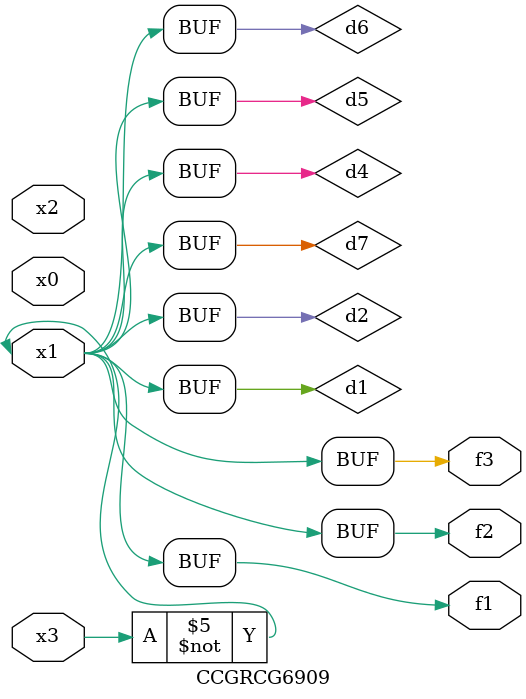
<source format=v>
module CCGRCG6909(
	input x0, x1, x2, x3,
	output f1, f2, f3
);

	wire d1, d2, d3, d4, d5, d6, d7;

	not (d1, x3);
	buf (d2, x1);
	xnor (d3, d1, d2);
	nor (d4, d1);
	buf (d5, d1, d2);
	buf (d6, d4, d5);
	nand (d7, d4);
	assign f1 = d6;
	assign f2 = d7;
	assign f3 = d6;
endmodule

</source>
